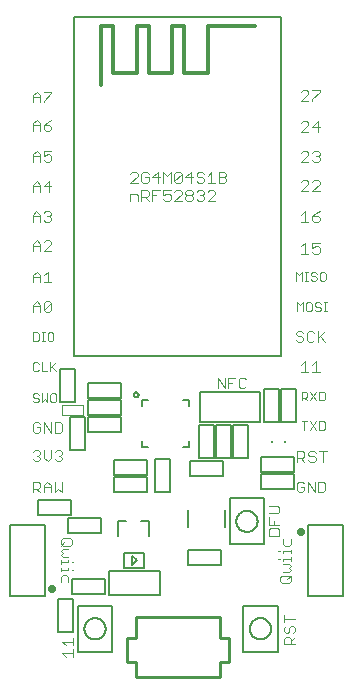
<source format=gbr>
G04 EAGLE Gerber RS-274X export*
G75*
%MOMM*%
%FSLAX34Y34*%
%LPD*%
%AMOC8*
5,1,8,0,0,1.08239X$1,22.5*%
G01*
%ADD10C,0.101600*%
%ADD11C,0.076200*%
%ADD12C,0.127000*%
%ADD13C,0.254000*%
%ADD14C,0.203200*%
%ADD15C,0.152400*%
%ADD16C,0.304800*%
%ADD17C,0.200000*%
%ADD18R,0.250000X0.250000*%
%ADD19C,0.718419*%


D10*
X244093Y71374D02*
X237992Y71374D01*
X236466Y72899D01*
X236466Y75950D01*
X237992Y77475D01*
X244093Y77475D01*
X245618Y75950D01*
X245618Y72899D01*
X244093Y71374D01*
X242567Y74425D02*
X245618Y77475D01*
X244093Y80729D02*
X239517Y80729D01*
X244093Y80729D02*
X245618Y82254D01*
X244093Y83780D01*
X245618Y85305D01*
X244093Y86830D01*
X239517Y86830D01*
X239517Y90084D02*
X239517Y91610D01*
X245618Y91610D01*
X245618Y93135D02*
X245618Y90084D01*
X236466Y91610D02*
X234941Y91610D01*
X239517Y96321D02*
X239517Y97846D01*
X245618Y97846D01*
X245618Y96321D02*
X245618Y99372D01*
X236466Y97846D02*
X234941Y97846D01*
X239517Y104083D02*
X239517Y108659D01*
X239517Y104083D02*
X241042Y102558D01*
X244093Y102558D01*
X245618Y104083D01*
X245618Y108659D01*
X58681Y108966D02*
X52579Y108966D01*
X58681Y108966D02*
X60206Y107441D01*
X60206Y104390D01*
X58681Y102865D01*
X52579Y102865D01*
X51054Y104390D01*
X51054Y107441D01*
X52579Y108966D01*
X54105Y105915D02*
X51054Y102865D01*
X52579Y99611D02*
X57155Y99611D01*
X52579Y99611D02*
X51054Y98086D01*
X52579Y96560D01*
X51054Y95035D01*
X52579Y93510D01*
X57155Y93510D01*
X57155Y90256D02*
X57155Y88730D01*
X51054Y88730D01*
X51054Y87205D02*
X51054Y90256D01*
X60206Y88730D02*
X61731Y88730D01*
X57155Y84019D02*
X57155Y82494D01*
X51054Y82494D01*
X51054Y84019D02*
X51054Y80968D01*
X60206Y82494D02*
X61731Y82494D01*
X57155Y76257D02*
X57155Y71681D01*
X57155Y76257D02*
X55630Y77782D01*
X52579Y77782D01*
X51054Y76257D01*
X51054Y71681D01*
X240022Y19304D02*
X249174Y19304D01*
X240022Y19304D02*
X240022Y23880D01*
X241548Y25405D01*
X244598Y25405D01*
X246123Y23880D01*
X246123Y19304D01*
X246123Y22355D02*
X249174Y25405D01*
X240022Y33235D02*
X241548Y34760D01*
X240022Y33235D02*
X240022Y30184D01*
X241548Y28659D01*
X243073Y28659D01*
X244598Y30184D01*
X244598Y33235D01*
X246123Y34760D01*
X247649Y34760D01*
X249174Y33235D01*
X249174Y30184D01*
X247649Y28659D01*
X249174Y41065D02*
X240022Y41065D01*
X240022Y38014D02*
X240022Y44116D01*
X236134Y111304D02*
X226982Y111304D01*
X236134Y111304D02*
X236134Y115880D01*
X234609Y117405D01*
X228508Y117405D01*
X226982Y115880D01*
X226982Y111304D01*
X226982Y120659D02*
X236134Y120659D01*
X226982Y120659D02*
X226982Y126760D01*
X231558Y123710D02*
X231558Y120659D01*
X234609Y130014D02*
X226982Y130014D01*
X234609Y130014D02*
X236134Y131540D01*
X236134Y134590D01*
X234609Y136116D01*
X226982Y136116D01*
X27432Y478028D02*
X27432Y484129D01*
X30483Y487180D01*
X33533Y484129D01*
X33533Y478028D01*
X33533Y482604D02*
X27432Y482604D01*
X36787Y487180D02*
X42888Y487180D01*
X42888Y485655D01*
X36787Y479553D01*
X36787Y478028D01*
X27432Y460253D02*
X27432Y454152D01*
X27432Y460253D02*
X30483Y463304D01*
X33533Y460253D01*
X33533Y454152D01*
X33533Y458728D02*
X27432Y458728D01*
X39838Y461779D02*
X42888Y463304D01*
X39838Y461779D02*
X36787Y458728D01*
X36787Y455677D01*
X38312Y454152D01*
X41363Y454152D01*
X42888Y455677D01*
X42888Y457203D01*
X41363Y458728D01*
X36787Y458728D01*
X27432Y434091D02*
X27432Y427990D01*
X27432Y434091D02*
X30483Y437142D01*
X33533Y434091D01*
X33533Y427990D01*
X33533Y432566D02*
X27432Y432566D01*
X36787Y437142D02*
X42888Y437142D01*
X36787Y437142D02*
X36787Y432566D01*
X39838Y434091D01*
X41363Y434091D01*
X42888Y432566D01*
X42888Y429515D01*
X41363Y427990D01*
X38312Y427990D01*
X36787Y429515D01*
X27432Y408437D02*
X27432Y402336D01*
X27432Y408437D02*
X30483Y411488D01*
X33533Y408437D01*
X33533Y402336D01*
X33533Y406912D02*
X27432Y406912D01*
X41363Y402336D02*
X41363Y411488D01*
X36787Y406912D01*
X42888Y406912D01*
X27178Y383037D02*
X27178Y376936D01*
X27178Y383037D02*
X30229Y386088D01*
X33279Y383037D01*
X33279Y376936D01*
X33279Y381512D02*
X27178Y381512D01*
X36533Y384563D02*
X38058Y386088D01*
X41109Y386088D01*
X42634Y384563D01*
X42634Y383037D01*
X41109Y381512D01*
X39584Y381512D01*
X41109Y381512D02*
X42634Y379987D01*
X42634Y378461D01*
X41109Y376936D01*
X38058Y376936D01*
X36533Y378461D01*
X27432Y358399D02*
X27432Y352298D01*
X27432Y358399D02*
X30483Y361450D01*
X33533Y358399D01*
X33533Y352298D01*
X33533Y356874D02*
X27432Y356874D01*
X36787Y352298D02*
X42888Y352298D01*
X36787Y352298D02*
X42888Y358399D01*
X42888Y359925D01*
X41363Y361450D01*
X38312Y361450D01*
X36787Y359925D01*
X27432Y331729D02*
X27432Y325628D01*
X27432Y331729D02*
X30483Y334780D01*
X33533Y331729D01*
X33533Y325628D01*
X33533Y330204D02*
X27432Y330204D01*
X36787Y331729D02*
X39838Y334780D01*
X39838Y325628D01*
X42888Y325628D02*
X36787Y325628D01*
X27432Y306837D02*
X27432Y300736D01*
X27432Y306837D02*
X30483Y309888D01*
X33533Y306837D01*
X33533Y300736D01*
X33533Y305312D02*
X27432Y305312D01*
X36787Y302261D02*
X36787Y308363D01*
X38312Y309888D01*
X41363Y309888D01*
X42888Y308363D01*
X42888Y302261D01*
X41363Y300736D01*
X38312Y300736D01*
X36787Y302261D01*
X42888Y308363D01*
D11*
X27305Y283343D02*
X27305Y275971D01*
X30991Y275971D01*
X32220Y277200D01*
X32220Y282115D01*
X30991Y283343D01*
X27305Y283343D01*
X34789Y275971D02*
X37247Y275971D01*
X36018Y275971D02*
X36018Y283343D01*
X34789Y283343D02*
X37247Y283343D01*
X41007Y283343D02*
X43465Y283343D01*
X41007Y283343D02*
X39779Y282115D01*
X39779Y277200D01*
X41007Y275971D01*
X43465Y275971D01*
X44693Y277200D01*
X44693Y282115D01*
X43465Y283343D01*
X30991Y257943D02*
X32220Y256715D01*
X30991Y257943D02*
X28534Y257943D01*
X27305Y256715D01*
X27305Y251800D01*
X28534Y250571D01*
X30991Y250571D01*
X32220Y251800D01*
X34789Y250571D02*
X34789Y257943D01*
X34789Y250571D02*
X39704Y250571D01*
X42273Y250571D02*
X42273Y257943D01*
X42273Y253028D02*
X47188Y257943D01*
X43502Y254257D02*
X47188Y250571D01*
X30991Y231781D02*
X32220Y230553D01*
X30991Y231781D02*
X28534Y231781D01*
X27305Y230553D01*
X27305Y229324D01*
X28534Y228095D01*
X30991Y228095D01*
X32220Y226866D01*
X32220Y225638D01*
X30991Y224409D01*
X28534Y224409D01*
X27305Y225638D01*
X34789Y224409D02*
X34789Y231781D01*
X37247Y226866D02*
X34789Y224409D01*
X37247Y226866D02*
X39704Y224409D01*
X39704Y231781D01*
X43502Y231781D02*
X45959Y231781D01*
X43502Y231781D02*
X42273Y230553D01*
X42273Y225638D01*
X43502Y224409D01*
X45959Y224409D01*
X47188Y225638D01*
X47188Y230553D01*
X45959Y231781D01*
D10*
X32008Y207526D02*
X33533Y206001D01*
X32008Y207526D02*
X28957Y207526D01*
X27432Y206001D01*
X27432Y199899D01*
X28957Y198374D01*
X32008Y198374D01*
X33533Y199899D01*
X33533Y202950D01*
X30483Y202950D01*
X36787Y198374D02*
X36787Y207526D01*
X42888Y198374D01*
X42888Y207526D01*
X46142Y207526D02*
X46142Y198374D01*
X50718Y198374D01*
X52244Y199899D01*
X52244Y206001D01*
X50718Y207526D01*
X46142Y207526D01*
X27178Y156980D02*
X27178Y147828D01*
X27178Y156980D02*
X31754Y156980D01*
X33279Y155455D01*
X33279Y152404D01*
X31754Y150879D01*
X27178Y150879D01*
X30229Y150879D02*
X33279Y147828D01*
X36533Y147828D02*
X36533Y153929D01*
X39584Y156980D01*
X42634Y153929D01*
X42634Y147828D01*
X42634Y152404D02*
X36533Y152404D01*
X45888Y156980D02*
X45888Y147828D01*
X48939Y150879D01*
X51990Y147828D01*
X51990Y156980D01*
X254594Y479044D02*
X260695Y479044D01*
X254594Y479044D02*
X260695Y485145D01*
X260695Y486671D01*
X259170Y488196D01*
X256119Y488196D01*
X254594Y486671D01*
X263949Y488196D02*
X270050Y488196D01*
X270050Y486671D01*
X263949Y480569D01*
X263949Y479044D01*
X260695Y452882D02*
X254594Y452882D01*
X260695Y458983D01*
X260695Y460509D01*
X259170Y462034D01*
X256119Y462034D01*
X254594Y460509D01*
X268525Y462034D02*
X268525Y452882D01*
X263949Y457458D02*
X268525Y462034D01*
X270050Y457458D02*
X263949Y457458D01*
X260695Y427736D02*
X254594Y427736D01*
X260695Y433837D01*
X260695Y435363D01*
X259170Y436888D01*
X256119Y436888D01*
X254594Y435363D01*
X263949Y435363D02*
X265474Y436888D01*
X268525Y436888D01*
X270050Y435363D01*
X270050Y433837D01*
X268525Y432312D01*
X266999Y432312D01*
X268525Y432312D02*
X270050Y430787D01*
X270050Y429261D01*
X268525Y427736D01*
X265474Y427736D01*
X263949Y429261D01*
X260695Y402844D02*
X254594Y402844D01*
X260695Y408945D01*
X260695Y410471D01*
X259170Y411996D01*
X256119Y411996D01*
X254594Y410471D01*
X263949Y402844D02*
X270050Y402844D01*
X263949Y402844D02*
X270050Y408945D01*
X270050Y410471D01*
X268525Y411996D01*
X265474Y411996D01*
X263949Y410471D01*
X257644Y386088D02*
X254594Y383037D01*
X257644Y386088D02*
X257644Y376936D01*
X254594Y376936D02*
X260695Y376936D01*
X266999Y384563D02*
X270050Y386088D01*
X266999Y384563D02*
X263949Y381512D01*
X263949Y378461D01*
X265474Y376936D01*
X268525Y376936D01*
X270050Y378461D01*
X270050Y379987D01*
X268525Y381512D01*
X263949Y381512D01*
X257644Y359164D02*
X254594Y356113D01*
X257644Y359164D02*
X257644Y350012D01*
X254594Y350012D02*
X260695Y350012D01*
X263949Y359164D02*
X270050Y359164D01*
X263949Y359164D02*
X263949Y354588D01*
X266999Y356113D01*
X268525Y356113D01*
X270050Y354588D01*
X270050Y351537D01*
X268525Y350012D01*
X265474Y350012D01*
X263949Y351537D01*
D11*
X250317Y334397D02*
X250317Y327025D01*
X252774Y331940D02*
X250317Y334397D01*
X252774Y331940D02*
X255232Y334397D01*
X255232Y327025D01*
X257801Y327025D02*
X260259Y327025D01*
X259030Y327025D02*
X259030Y334397D01*
X257801Y334397D02*
X260259Y334397D01*
X266477Y334397D02*
X267705Y333169D01*
X266477Y334397D02*
X264019Y334397D01*
X262791Y333169D01*
X262791Y331940D01*
X264019Y330711D01*
X266477Y330711D01*
X267705Y329482D01*
X267705Y328254D01*
X266477Y327025D01*
X264019Y327025D01*
X262791Y328254D01*
X271503Y334397D02*
X273961Y334397D01*
X271503Y334397D02*
X270275Y333169D01*
X270275Y328254D01*
X271503Y327025D01*
X273961Y327025D01*
X275190Y328254D01*
X275190Y333169D01*
X273961Y334397D01*
X251079Y308743D02*
X251079Y301371D01*
X253536Y306286D02*
X251079Y308743D01*
X253536Y306286D02*
X255994Y308743D01*
X255994Y301371D01*
X259792Y308743D02*
X262249Y308743D01*
X259792Y308743D02*
X258563Y307515D01*
X258563Y302600D01*
X259792Y301371D01*
X262249Y301371D01*
X263478Y302600D01*
X263478Y307515D01*
X262249Y308743D01*
X269733Y308743D02*
X270962Y307515D01*
X269733Y308743D02*
X267276Y308743D01*
X266047Y307515D01*
X266047Y306286D01*
X267276Y305057D01*
X269733Y305057D01*
X270962Y303828D01*
X270962Y302600D01*
X269733Y301371D01*
X267276Y301371D01*
X266047Y302600D01*
X273531Y301371D02*
X275989Y301371D01*
X274760Y301371D02*
X274760Y308743D01*
X273531Y308743D02*
X275989Y308743D01*
D10*
X254512Y284742D02*
X256037Y283217D01*
X254512Y284742D02*
X251461Y284742D01*
X249936Y283217D01*
X249936Y281691D01*
X251461Y280166D01*
X254512Y280166D01*
X256037Y278641D01*
X256037Y277115D01*
X254512Y275590D01*
X251461Y275590D01*
X249936Y277115D01*
X263867Y284742D02*
X265392Y283217D01*
X263867Y284742D02*
X260816Y284742D01*
X259291Y283217D01*
X259291Y277115D01*
X260816Y275590D01*
X263867Y275590D01*
X265392Y277115D01*
X268646Y275590D02*
X268646Y284742D01*
X268646Y278641D02*
X274748Y284742D01*
X270172Y280166D02*
X274748Y275590D01*
X257644Y259088D02*
X254594Y256037D01*
X257644Y259088D02*
X257644Y249936D01*
X254594Y249936D02*
X260695Y249936D01*
X263949Y256037D02*
X266999Y259088D01*
X266999Y249936D01*
X263949Y249936D02*
X270050Y249936D01*
D11*
X254889Y233051D02*
X254889Y225679D01*
X254889Y233051D02*
X258575Y233051D01*
X259804Y231823D01*
X259804Y229365D01*
X258575Y228136D01*
X254889Y228136D01*
X257346Y228136D02*
X259804Y225679D01*
X267288Y225679D02*
X262373Y233051D01*
X267288Y233051D02*
X262373Y225679D01*
X269857Y225679D02*
X269857Y233051D01*
X269857Y225679D02*
X273543Y225679D01*
X274772Y226908D01*
X274772Y231823D01*
X273543Y233051D01*
X269857Y233051D01*
X257346Y208159D02*
X257346Y200787D01*
X254889Y208159D02*
X259804Y208159D01*
X262373Y208159D02*
X267288Y200787D01*
X262373Y200787D02*
X267288Y208159D01*
X269857Y208159D02*
X269857Y200787D01*
X273543Y200787D01*
X274772Y202016D01*
X274772Y206931D01*
X273543Y208159D01*
X269857Y208159D01*
D10*
X251206Y182888D02*
X251206Y173736D01*
X251206Y182888D02*
X255782Y182888D01*
X257307Y181363D01*
X257307Y178312D01*
X255782Y176787D01*
X251206Y176787D01*
X254257Y176787D02*
X257307Y173736D01*
X265137Y182888D02*
X266662Y181363D01*
X265137Y182888D02*
X262086Y182888D01*
X260561Y181363D01*
X260561Y179837D01*
X262086Y178312D01*
X265137Y178312D01*
X266662Y176787D01*
X266662Y175261D01*
X265137Y173736D01*
X262086Y173736D01*
X260561Y175261D01*
X272967Y173736D02*
X272967Y182888D01*
X269916Y182888D02*
X276018Y182888D01*
X28957Y183396D02*
X27432Y181871D01*
X28957Y183396D02*
X32008Y183396D01*
X33533Y181871D01*
X33533Y180345D01*
X32008Y178820D01*
X30483Y178820D01*
X32008Y178820D02*
X33533Y177295D01*
X33533Y175769D01*
X32008Y174244D01*
X28957Y174244D01*
X27432Y175769D01*
X36787Y177295D02*
X36787Y183396D01*
X36787Y177295D02*
X39838Y174244D01*
X42888Y177295D01*
X42888Y183396D01*
X46142Y181871D02*
X47668Y183396D01*
X50718Y183396D01*
X52244Y181871D01*
X52244Y180345D01*
X50718Y178820D01*
X49193Y178820D01*
X50718Y178820D02*
X52244Y177295D01*
X52244Y175769D01*
X50718Y174244D01*
X47668Y174244D01*
X46142Y175769D01*
X255528Y156979D02*
X256968Y155539D01*
X255528Y156979D02*
X252647Y156979D01*
X251206Y155539D01*
X251206Y149777D01*
X252647Y148336D01*
X255528Y148336D01*
X256968Y149777D01*
X256968Y152658D01*
X254087Y152658D01*
X260093Y156979D02*
X260093Y148336D01*
X265856Y148336D02*
X260093Y156979D01*
X265856Y156979D02*
X265856Y148336D01*
X268981Y148336D02*
X268981Y156979D01*
X268981Y148336D02*
X273303Y148336D01*
X274743Y149777D01*
X274743Y155539D01*
X273303Y156979D01*
X268981Y156979D01*
X183896Y236474D02*
X183896Y245117D01*
X189658Y236474D01*
X189658Y245117D01*
X192783Y245117D02*
X192783Y236474D01*
X192783Y245117D02*
X198546Y245117D01*
X195665Y240796D02*
X192783Y240796D01*
X205993Y245117D02*
X207433Y243677D01*
X205993Y245117D02*
X203111Y245117D01*
X201671Y243677D01*
X201671Y237915D01*
X203111Y236474D01*
X205993Y236474D01*
X207433Y237915D01*
X52316Y11941D02*
X55367Y8890D01*
X52316Y11941D02*
X61468Y11941D01*
X61468Y14991D02*
X61468Y8890D01*
X55367Y18245D02*
X52316Y21296D01*
X61468Y21296D01*
X61468Y24346D02*
X61468Y18245D01*
D12*
X158332Y86126D02*
X186272Y86126D01*
X158332Y86126D02*
X158332Y98826D01*
X186272Y98826D01*
X186272Y86126D01*
X123862Y160508D02*
X95922Y160508D01*
X123862Y160508D02*
X123862Y147808D01*
X95922Y147808D01*
X95922Y160508D01*
X130830Y148500D02*
X130830Y176440D01*
X143530Y176440D01*
X143530Y148500D01*
X130830Y148500D01*
X123862Y174986D02*
X95922Y174986D01*
X123862Y174986D02*
X123862Y162286D01*
X95922Y162286D01*
X95922Y174986D01*
X167914Y176948D02*
X167914Y204888D01*
X180614Y204888D01*
X180614Y176948D01*
X167914Y176948D01*
X121284Y96666D02*
X121284Y84166D01*
X104284Y84166D01*
X104284Y96666D01*
X121284Y96666D01*
X111384Y94226D02*
X111384Y86606D01*
X115324Y90416D02*
X111514Y94226D01*
X115324Y90416D02*
X111514Y86606D01*
X91914Y60588D02*
X135094Y60588D01*
X91914Y60588D02*
X91914Y80908D01*
X135094Y80908D01*
X135094Y60588D01*
D13*
X114440Y42390D02*
X185560Y42390D01*
X185560Y24610D01*
X193180Y24610D01*
X193180Y4290D01*
X185560Y4290D01*
X185560Y-8410D01*
X114440Y-8410D01*
X114440Y4290D01*
X106820Y4290D01*
X106820Y24610D01*
X114440Y24610D01*
X114440Y42390D01*
D12*
X125602Y110720D02*
X125602Y123720D01*
X99602Y123720D02*
X99602Y110720D01*
X119102Y123720D02*
X125602Y123720D01*
X106102Y123720D02*
X99602Y123720D01*
X88302Y74656D02*
X60362Y74656D01*
X88302Y74656D02*
X88302Y61956D01*
X60362Y61956D01*
X60362Y74656D01*
X160110Y161564D02*
X188050Y161564D01*
X160110Y161564D02*
X160110Y174264D01*
X188050Y174264D01*
X188050Y161564D01*
D14*
X112940Y230568D02*
X112942Y230657D01*
X112948Y230746D01*
X112958Y230835D01*
X112972Y230923D01*
X112989Y231010D01*
X113011Y231096D01*
X113037Y231182D01*
X113066Y231266D01*
X113099Y231349D01*
X113135Y231430D01*
X113176Y231510D01*
X113219Y231587D01*
X113266Y231663D01*
X113317Y231736D01*
X113370Y231807D01*
X113427Y231876D01*
X113487Y231942D01*
X113550Y232006D01*
X113615Y232066D01*
X113683Y232124D01*
X113754Y232178D01*
X113827Y232229D01*
X113902Y232277D01*
X113979Y232322D01*
X114058Y232363D01*
X114139Y232400D01*
X114221Y232434D01*
X114305Y232465D01*
X114390Y232491D01*
X114476Y232514D01*
X114563Y232532D01*
X114651Y232547D01*
X114740Y232558D01*
X114829Y232565D01*
X114918Y232568D01*
X115007Y232567D01*
X115096Y232562D01*
X115184Y232553D01*
X115273Y232540D01*
X115360Y232523D01*
X115447Y232503D01*
X115533Y232478D01*
X115617Y232450D01*
X115700Y232418D01*
X115782Y232382D01*
X115862Y232343D01*
X115940Y232300D01*
X116016Y232254D01*
X116090Y232204D01*
X116162Y232151D01*
X116231Y232095D01*
X116298Y232036D01*
X116362Y231974D01*
X116423Y231910D01*
X116482Y231842D01*
X116537Y231772D01*
X116589Y231700D01*
X116638Y231625D01*
X116683Y231549D01*
X116725Y231470D01*
X116763Y231390D01*
X116798Y231308D01*
X116829Y231224D01*
X116857Y231139D01*
X116880Y231053D01*
X116900Y230966D01*
X116916Y230879D01*
X116928Y230790D01*
X116936Y230702D01*
X116940Y230613D01*
X116940Y230523D01*
X116936Y230434D01*
X116928Y230346D01*
X116916Y230257D01*
X116900Y230170D01*
X116880Y230083D01*
X116857Y229997D01*
X116829Y229912D01*
X116798Y229828D01*
X116763Y229746D01*
X116725Y229666D01*
X116683Y229587D01*
X116638Y229511D01*
X116589Y229436D01*
X116537Y229364D01*
X116482Y229294D01*
X116423Y229226D01*
X116362Y229162D01*
X116298Y229100D01*
X116231Y229041D01*
X116162Y228985D01*
X116090Y228932D01*
X116016Y228882D01*
X115940Y228836D01*
X115862Y228793D01*
X115782Y228754D01*
X115700Y228718D01*
X115617Y228686D01*
X115533Y228658D01*
X115447Y228633D01*
X115360Y228613D01*
X115273Y228596D01*
X115184Y228583D01*
X115096Y228574D01*
X115007Y228569D01*
X114918Y228568D01*
X114829Y228571D01*
X114740Y228578D01*
X114651Y228589D01*
X114563Y228604D01*
X114476Y228622D01*
X114390Y228645D01*
X114305Y228671D01*
X114221Y228702D01*
X114139Y228736D01*
X114058Y228773D01*
X113979Y228814D01*
X113902Y228859D01*
X113827Y228907D01*
X113754Y228958D01*
X113683Y229012D01*
X113615Y229070D01*
X113550Y229130D01*
X113487Y229194D01*
X113427Y229260D01*
X113370Y229329D01*
X113317Y229400D01*
X113266Y229473D01*
X113219Y229549D01*
X113176Y229626D01*
X113135Y229706D01*
X113099Y229787D01*
X113066Y229870D01*
X113037Y229954D01*
X113011Y230040D01*
X112989Y230126D01*
X112972Y230213D01*
X112958Y230301D01*
X112948Y230390D01*
X112942Y230479D01*
X112940Y230568D01*
D12*
X119460Y226238D02*
X124460Y226238D01*
X119460Y226238D02*
X119460Y221238D01*
X154460Y226238D02*
X159460Y226238D01*
X159460Y221238D01*
X159460Y191238D02*
X159460Y186238D01*
X154460Y186238D01*
X124460Y186238D02*
X119460Y186238D01*
X119460Y191238D01*
D15*
X189944Y132940D02*
X189944Y118690D01*
X159064Y118690D02*
X159064Y132940D01*
X62500Y263000D02*
X62500Y550000D01*
X237500Y550000D01*
X237500Y263000D01*
X62500Y263000D01*
D16*
X175350Y542850D02*
X215350Y542850D01*
X175350Y542850D02*
X175350Y502850D01*
X85350Y492850D02*
X85350Y542850D01*
X155350Y502850D02*
X175350Y502850D01*
X155350Y502850D02*
X155350Y542850D01*
X145350Y542850D01*
X145350Y502850D01*
X125350Y502850D01*
X125350Y542850D01*
X115350Y542850D01*
X115350Y502850D01*
X95350Y502850D01*
X95350Y542850D01*
X85350Y542850D01*
D11*
X109781Y409821D02*
X116052Y409821D01*
X109781Y409821D02*
X116052Y416092D01*
X116052Y417659D01*
X114484Y419227D01*
X111349Y419227D01*
X109781Y417659D01*
X123839Y419227D02*
X125407Y417659D01*
X123839Y419227D02*
X120704Y419227D01*
X119136Y417659D01*
X119136Y411389D01*
X120704Y409821D01*
X123839Y409821D01*
X125407Y411389D01*
X125407Y414524D01*
X122272Y414524D01*
X133194Y409821D02*
X133194Y419227D01*
X128491Y414524D01*
X134762Y414524D01*
X137847Y409821D02*
X137847Y419227D01*
X140982Y416092D01*
X144117Y419227D01*
X144117Y409821D01*
X147202Y411389D02*
X147202Y417659D01*
X148769Y419227D01*
X151905Y419227D01*
X153472Y417659D01*
X153472Y411389D01*
X151905Y409821D01*
X148769Y409821D01*
X147202Y411389D01*
X153472Y417659D01*
X161260Y419227D02*
X161260Y409821D01*
X156557Y414524D02*
X161260Y419227D01*
X162828Y414524D02*
X156557Y414524D01*
X170615Y419227D02*
X172183Y417659D01*
X170615Y419227D02*
X167480Y419227D01*
X165912Y417659D01*
X165912Y416092D01*
X167480Y414524D01*
X170615Y414524D01*
X172183Y412956D01*
X172183Y411389D01*
X170615Y409821D01*
X167480Y409821D01*
X165912Y411389D01*
X175267Y416092D02*
X178403Y419227D01*
X178403Y409821D01*
X181538Y409821D02*
X175267Y409821D01*
X184623Y409821D02*
X184623Y419227D01*
X189326Y419227D01*
X190893Y417659D01*
X190893Y416092D01*
X189326Y414524D01*
X190893Y412956D01*
X190893Y411389D01*
X189326Y409821D01*
X184623Y409821D01*
X184623Y414524D02*
X189326Y414524D01*
X109781Y400852D02*
X109781Y394581D01*
X109781Y400852D02*
X114484Y400852D01*
X116052Y399284D01*
X116052Y394581D01*
X119136Y394581D02*
X119136Y403987D01*
X123839Y403987D01*
X125407Y402419D01*
X125407Y399284D01*
X123839Y397716D01*
X119136Y397716D01*
X122272Y397716D02*
X125407Y394581D01*
X128491Y394581D02*
X128491Y403987D01*
X134762Y403987D01*
X131627Y399284D02*
X128491Y399284D01*
X137847Y403987D02*
X144117Y403987D01*
X137847Y403987D02*
X137847Y399284D01*
X140982Y400852D01*
X142550Y400852D01*
X144117Y399284D01*
X144117Y396149D01*
X142550Y394581D01*
X139414Y394581D01*
X137847Y396149D01*
X147202Y394581D02*
X153472Y394581D01*
X147202Y394581D02*
X153472Y400852D01*
X153472Y402419D01*
X151905Y403987D01*
X148769Y403987D01*
X147202Y402419D01*
X156557Y402419D02*
X158125Y403987D01*
X161260Y403987D01*
X162828Y402419D01*
X162828Y400852D01*
X161260Y399284D01*
X162828Y397716D01*
X162828Y396149D01*
X161260Y394581D01*
X158125Y394581D01*
X156557Y396149D01*
X156557Y397716D01*
X158125Y399284D01*
X156557Y400852D01*
X156557Y402419D01*
X158125Y399284D02*
X161260Y399284D01*
X165912Y402419D02*
X167480Y403987D01*
X170615Y403987D01*
X172183Y402419D01*
X172183Y400852D01*
X170615Y399284D01*
X169047Y399284D01*
X170615Y399284D02*
X172183Y397716D01*
X172183Y396149D01*
X170615Y394581D01*
X167480Y394581D01*
X165912Y396149D01*
X175267Y394581D02*
X181538Y394581D01*
X175267Y394581D02*
X181538Y400852D01*
X181538Y402419D01*
X179970Y403987D01*
X176835Y403987D01*
X175267Y402419D01*
D12*
X84726Y126338D02*
X56786Y126338D01*
X84726Y126338D02*
X84726Y113638D01*
X56786Y113638D01*
X56786Y126338D01*
X59872Y141406D02*
X31932Y141406D01*
X59872Y141406D02*
X59872Y128706D01*
X31932Y128706D01*
X31932Y141406D01*
D17*
X223102Y143012D02*
X223102Y104012D01*
X194102Y104012D01*
X194102Y143012D01*
X223102Y143012D01*
X199602Y123512D02*
X199605Y123733D01*
X199613Y123954D01*
X199626Y124174D01*
X199645Y124394D01*
X199670Y124614D01*
X199699Y124833D01*
X199735Y125051D01*
X199775Y125268D01*
X199821Y125484D01*
X199872Y125699D01*
X199928Y125912D01*
X199990Y126125D01*
X200056Y126335D01*
X200128Y126544D01*
X200205Y126751D01*
X200287Y126956D01*
X200374Y127159D01*
X200466Y127360D01*
X200563Y127559D01*
X200665Y127755D01*
X200771Y127948D01*
X200882Y128139D01*
X200998Y128327D01*
X201119Y128512D01*
X201244Y128694D01*
X201373Y128873D01*
X201507Y129049D01*
X201645Y129222D01*
X201787Y129391D01*
X201933Y129556D01*
X202084Y129718D01*
X202238Y129876D01*
X202396Y130030D01*
X202558Y130181D01*
X202723Y130327D01*
X202892Y130469D01*
X203065Y130607D01*
X203241Y130741D01*
X203420Y130870D01*
X203602Y130995D01*
X203787Y131116D01*
X203975Y131232D01*
X204166Y131343D01*
X204359Y131449D01*
X204555Y131551D01*
X204754Y131648D01*
X204955Y131740D01*
X205158Y131827D01*
X205363Y131909D01*
X205570Y131986D01*
X205779Y132058D01*
X205989Y132124D01*
X206202Y132186D01*
X206415Y132242D01*
X206630Y132293D01*
X206846Y132339D01*
X207063Y132379D01*
X207281Y132415D01*
X207500Y132444D01*
X207720Y132469D01*
X207940Y132488D01*
X208160Y132501D01*
X208381Y132509D01*
X208602Y132512D01*
X208823Y132509D01*
X209044Y132501D01*
X209264Y132488D01*
X209484Y132469D01*
X209704Y132444D01*
X209923Y132415D01*
X210141Y132379D01*
X210358Y132339D01*
X210574Y132293D01*
X210789Y132242D01*
X211002Y132186D01*
X211215Y132124D01*
X211425Y132058D01*
X211634Y131986D01*
X211841Y131909D01*
X212046Y131827D01*
X212249Y131740D01*
X212450Y131648D01*
X212649Y131551D01*
X212845Y131449D01*
X213038Y131343D01*
X213229Y131232D01*
X213417Y131116D01*
X213602Y130995D01*
X213784Y130870D01*
X213963Y130741D01*
X214139Y130607D01*
X214312Y130469D01*
X214481Y130327D01*
X214646Y130181D01*
X214808Y130030D01*
X214966Y129876D01*
X215120Y129718D01*
X215271Y129556D01*
X215417Y129391D01*
X215559Y129222D01*
X215697Y129049D01*
X215831Y128873D01*
X215960Y128694D01*
X216085Y128512D01*
X216206Y128327D01*
X216322Y128139D01*
X216433Y127948D01*
X216539Y127755D01*
X216641Y127559D01*
X216738Y127360D01*
X216830Y127159D01*
X216917Y126956D01*
X216999Y126751D01*
X217076Y126544D01*
X217148Y126335D01*
X217214Y126125D01*
X217276Y125912D01*
X217332Y125699D01*
X217383Y125484D01*
X217429Y125268D01*
X217469Y125051D01*
X217505Y124833D01*
X217534Y124614D01*
X217559Y124394D01*
X217578Y124174D01*
X217591Y123954D01*
X217599Y123733D01*
X217602Y123512D01*
X217599Y123291D01*
X217591Y123070D01*
X217578Y122850D01*
X217559Y122630D01*
X217534Y122410D01*
X217505Y122191D01*
X217469Y121973D01*
X217429Y121756D01*
X217383Y121540D01*
X217332Y121325D01*
X217276Y121112D01*
X217214Y120899D01*
X217148Y120689D01*
X217076Y120480D01*
X216999Y120273D01*
X216917Y120068D01*
X216830Y119865D01*
X216738Y119664D01*
X216641Y119465D01*
X216539Y119269D01*
X216433Y119076D01*
X216322Y118885D01*
X216206Y118697D01*
X216085Y118512D01*
X215960Y118330D01*
X215831Y118151D01*
X215697Y117975D01*
X215559Y117802D01*
X215417Y117633D01*
X215271Y117468D01*
X215120Y117306D01*
X214966Y117148D01*
X214808Y116994D01*
X214646Y116843D01*
X214481Y116697D01*
X214312Y116555D01*
X214139Y116417D01*
X213963Y116283D01*
X213784Y116154D01*
X213602Y116029D01*
X213417Y115908D01*
X213229Y115792D01*
X213038Y115681D01*
X212845Y115575D01*
X212649Y115473D01*
X212450Y115376D01*
X212249Y115284D01*
X212046Y115197D01*
X211841Y115115D01*
X211634Y115038D01*
X211425Y114966D01*
X211215Y114900D01*
X211002Y114838D01*
X210789Y114782D01*
X210574Y114731D01*
X210358Y114685D01*
X210141Y114645D01*
X209923Y114609D01*
X209704Y114580D01*
X209484Y114555D01*
X209264Y114536D01*
X209044Y114523D01*
X208823Y114515D01*
X208602Y114512D01*
X208381Y114515D01*
X208160Y114523D01*
X207940Y114536D01*
X207720Y114555D01*
X207500Y114580D01*
X207281Y114609D01*
X207063Y114645D01*
X206846Y114685D01*
X206630Y114731D01*
X206415Y114782D01*
X206202Y114838D01*
X205989Y114900D01*
X205779Y114966D01*
X205570Y115038D01*
X205363Y115115D01*
X205158Y115197D01*
X204955Y115284D01*
X204754Y115376D01*
X204555Y115473D01*
X204359Y115575D01*
X204166Y115681D01*
X203975Y115792D01*
X203787Y115908D01*
X203602Y116029D01*
X203420Y116154D01*
X203241Y116283D01*
X203065Y116417D01*
X202892Y116555D01*
X202723Y116697D01*
X202558Y116843D01*
X202396Y116994D01*
X202238Y117148D01*
X202084Y117306D01*
X201933Y117468D01*
X201787Y117633D01*
X201645Y117802D01*
X201507Y117975D01*
X201373Y118151D01*
X201244Y118330D01*
X201119Y118512D01*
X200998Y118697D01*
X200882Y118885D01*
X200771Y119076D01*
X200665Y119269D01*
X200563Y119465D01*
X200466Y119664D01*
X200374Y119865D01*
X200287Y120068D01*
X200205Y120273D01*
X200128Y120480D01*
X200056Y120689D01*
X199990Y120899D01*
X199928Y121112D01*
X199872Y121325D01*
X199821Y121540D01*
X199775Y121756D01*
X199735Y121973D01*
X199699Y122191D01*
X199670Y122410D01*
X199645Y122630D01*
X199626Y122850D01*
X199613Y123070D01*
X199605Y123291D01*
X199602Y123512D01*
D12*
X50514Y224444D02*
X50514Y252384D01*
X63214Y252384D01*
X63214Y224444D01*
X50514Y224444D01*
D11*
X68744Y222117D02*
X68813Y222115D01*
X68881Y222110D01*
X68949Y222100D01*
X69017Y222087D01*
X69084Y222071D01*
X69150Y222051D01*
X69214Y222027D01*
X69277Y222000D01*
X69339Y221969D01*
X69399Y221935D01*
X69457Y221898D01*
X69513Y221858D01*
X69566Y221815D01*
X69617Y221769D01*
X69666Y221720D01*
X69712Y221669D01*
X69755Y221616D01*
X69795Y221560D01*
X69832Y221502D01*
X69866Y221442D01*
X69897Y221380D01*
X69924Y221317D01*
X69948Y221253D01*
X69968Y221187D01*
X69984Y221120D01*
X69997Y221052D01*
X70007Y220984D01*
X70012Y220916D01*
X70014Y220847D01*
X70014Y214497D01*
X70012Y214428D01*
X70007Y214360D01*
X69997Y214292D01*
X69984Y214224D01*
X69968Y214157D01*
X69948Y214091D01*
X69924Y214027D01*
X69897Y213964D01*
X69866Y213902D01*
X69832Y213842D01*
X69795Y213784D01*
X69755Y213728D01*
X69712Y213675D01*
X69666Y213624D01*
X69617Y213575D01*
X69566Y213529D01*
X69513Y213486D01*
X69457Y213446D01*
X69399Y213409D01*
X69339Y213375D01*
X69277Y213344D01*
X69214Y213317D01*
X69150Y213293D01*
X69084Y213273D01*
X69017Y213257D01*
X68949Y213244D01*
X68881Y213234D01*
X68813Y213229D01*
X68744Y213227D01*
X53504Y213227D01*
X53435Y213229D01*
X53367Y213234D01*
X53299Y213244D01*
X53231Y213257D01*
X53164Y213273D01*
X53098Y213293D01*
X53034Y213317D01*
X52971Y213344D01*
X52909Y213375D01*
X52849Y213409D01*
X52791Y213446D01*
X52735Y213486D01*
X52682Y213529D01*
X52631Y213575D01*
X52582Y213624D01*
X52536Y213675D01*
X52493Y213728D01*
X52453Y213784D01*
X52416Y213842D01*
X52382Y213902D01*
X52351Y213964D01*
X52324Y214027D01*
X52300Y214091D01*
X52280Y214157D01*
X52264Y214224D01*
X52251Y214292D01*
X52241Y214360D01*
X52236Y214428D01*
X52234Y214497D01*
X52234Y220847D01*
X52236Y220916D01*
X52241Y220984D01*
X52251Y221052D01*
X52264Y221120D01*
X52280Y221187D01*
X52300Y221253D01*
X52324Y221317D01*
X52351Y221380D01*
X52382Y221442D01*
X52416Y221502D01*
X52453Y221560D01*
X52493Y221616D01*
X52536Y221669D01*
X52582Y221720D01*
X52631Y221769D01*
X52682Y221815D01*
X52735Y221858D01*
X52791Y221898D01*
X52849Y221935D01*
X52909Y221969D01*
X52971Y222000D01*
X53034Y222027D01*
X53098Y222051D01*
X53164Y222071D01*
X53231Y222087D01*
X53299Y222100D01*
X53367Y222110D01*
X53435Y222115D01*
X53504Y222117D01*
X68744Y222117D01*
D12*
X58640Y211378D02*
X58640Y183438D01*
X58640Y211378D02*
X71340Y211378D01*
X71340Y183438D01*
X58640Y183438D01*
D18*
X241248Y190732D03*
X229648Y190732D03*
D12*
X250224Y207468D02*
X250224Y235408D01*
X250224Y207468D02*
X237524Y207468D01*
X237524Y235408D01*
X250224Y235408D01*
X235492Y235408D02*
X235492Y207468D01*
X222792Y207468D01*
X222792Y235408D01*
X235492Y235408D01*
X101920Y227530D02*
X73980Y227530D01*
X73980Y240230D01*
X101920Y240230D01*
X101920Y227530D01*
X101920Y213376D02*
X73980Y213376D01*
X73980Y226076D01*
X101920Y226076D01*
X101920Y213376D01*
X101920Y199222D02*
X73980Y199222D01*
X73980Y211922D01*
X101920Y211922D01*
X101920Y199222D01*
D17*
X234500Y52012D02*
X234500Y13012D01*
X205500Y13012D01*
X205500Y52012D01*
X234500Y52012D01*
X211000Y32512D02*
X211003Y32733D01*
X211011Y32954D01*
X211024Y33174D01*
X211043Y33394D01*
X211068Y33614D01*
X211097Y33833D01*
X211133Y34051D01*
X211173Y34268D01*
X211219Y34484D01*
X211270Y34699D01*
X211326Y34912D01*
X211388Y35125D01*
X211454Y35335D01*
X211526Y35544D01*
X211603Y35751D01*
X211685Y35956D01*
X211772Y36159D01*
X211864Y36360D01*
X211961Y36559D01*
X212063Y36755D01*
X212169Y36948D01*
X212280Y37139D01*
X212396Y37327D01*
X212517Y37512D01*
X212642Y37694D01*
X212771Y37873D01*
X212905Y38049D01*
X213043Y38222D01*
X213185Y38391D01*
X213331Y38556D01*
X213482Y38718D01*
X213636Y38876D01*
X213794Y39030D01*
X213956Y39181D01*
X214121Y39327D01*
X214290Y39469D01*
X214463Y39607D01*
X214639Y39741D01*
X214818Y39870D01*
X215000Y39995D01*
X215185Y40116D01*
X215373Y40232D01*
X215564Y40343D01*
X215757Y40449D01*
X215953Y40551D01*
X216152Y40648D01*
X216353Y40740D01*
X216556Y40827D01*
X216761Y40909D01*
X216968Y40986D01*
X217177Y41058D01*
X217387Y41124D01*
X217600Y41186D01*
X217813Y41242D01*
X218028Y41293D01*
X218244Y41339D01*
X218461Y41379D01*
X218679Y41415D01*
X218898Y41444D01*
X219118Y41469D01*
X219338Y41488D01*
X219558Y41501D01*
X219779Y41509D01*
X220000Y41512D01*
X220221Y41509D01*
X220442Y41501D01*
X220662Y41488D01*
X220882Y41469D01*
X221102Y41444D01*
X221321Y41415D01*
X221539Y41379D01*
X221756Y41339D01*
X221972Y41293D01*
X222187Y41242D01*
X222400Y41186D01*
X222613Y41124D01*
X222823Y41058D01*
X223032Y40986D01*
X223239Y40909D01*
X223444Y40827D01*
X223647Y40740D01*
X223848Y40648D01*
X224047Y40551D01*
X224243Y40449D01*
X224436Y40343D01*
X224627Y40232D01*
X224815Y40116D01*
X225000Y39995D01*
X225182Y39870D01*
X225361Y39741D01*
X225537Y39607D01*
X225710Y39469D01*
X225879Y39327D01*
X226044Y39181D01*
X226206Y39030D01*
X226364Y38876D01*
X226518Y38718D01*
X226669Y38556D01*
X226815Y38391D01*
X226957Y38222D01*
X227095Y38049D01*
X227229Y37873D01*
X227358Y37694D01*
X227483Y37512D01*
X227604Y37327D01*
X227720Y37139D01*
X227831Y36948D01*
X227937Y36755D01*
X228039Y36559D01*
X228136Y36360D01*
X228228Y36159D01*
X228315Y35956D01*
X228397Y35751D01*
X228474Y35544D01*
X228546Y35335D01*
X228612Y35125D01*
X228674Y34912D01*
X228730Y34699D01*
X228781Y34484D01*
X228827Y34268D01*
X228867Y34051D01*
X228903Y33833D01*
X228932Y33614D01*
X228957Y33394D01*
X228976Y33174D01*
X228989Y32954D01*
X228997Y32733D01*
X229000Y32512D01*
X228997Y32291D01*
X228989Y32070D01*
X228976Y31850D01*
X228957Y31630D01*
X228932Y31410D01*
X228903Y31191D01*
X228867Y30973D01*
X228827Y30756D01*
X228781Y30540D01*
X228730Y30325D01*
X228674Y30112D01*
X228612Y29899D01*
X228546Y29689D01*
X228474Y29480D01*
X228397Y29273D01*
X228315Y29068D01*
X228228Y28865D01*
X228136Y28664D01*
X228039Y28465D01*
X227937Y28269D01*
X227831Y28076D01*
X227720Y27885D01*
X227604Y27697D01*
X227483Y27512D01*
X227358Y27330D01*
X227229Y27151D01*
X227095Y26975D01*
X226957Y26802D01*
X226815Y26633D01*
X226669Y26468D01*
X226518Y26306D01*
X226364Y26148D01*
X226206Y25994D01*
X226044Y25843D01*
X225879Y25697D01*
X225710Y25555D01*
X225537Y25417D01*
X225361Y25283D01*
X225182Y25154D01*
X225000Y25029D01*
X224815Y24908D01*
X224627Y24792D01*
X224436Y24681D01*
X224243Y24575D01*
X224047Y24473D01*
X223848Y24376D01*
X223647Y24284D01*
X223444Y24197D01*
X223239Y24115D01*
X223032Y24038D01*
X222823Y23966D01*
X222613Y23900D01*
X222400Y23838D01*
X222187Y23782D01*
X221972Y23731D01*
X221756Y23685D01*
X221539Y23645D01*
X221321Y23609D01*
X221102Y23580D01*
X220882Y23555D01*
X220662Y23536D01*
X220442Y23523D01*
X220221Y23515D01*
X220000Y23512D01*
X219779Y23515D01*
X219558Y23523D01*
X219338Y23536D01*
X219118Y23555D01*
X218898Y23580D01*
X218679Y23609D01*
X218461Y23645D01*
X218244Y23685D01*
X218028Y23731D01*
X217813Y23782D01*
X217600Y23838D01*
X217387Y23900D01*
X217177Y23966D01*
X216968Y24038D01*
X216761Y24115D01*
X216556Y24197D01*
X216353Y24284D01*
X216152Y24376D01*
X215953Y24473D01*
X215757Y24575D01*
X215564Y24681D01*
X215373Y24792D01*
X215185Y24908D01*
X215000Y25029D01*
X214818Y25154D01*
X214639Y25283D01*
X214463Y25417D01*
X214290Y25555D01*
X214121Y25697D01*
X213956Y25843D01*
X213794Y25994D01*
X213636Y26148D01*
X213482Y26306D01*
X213331Y26468D01*
X213185Y26633D01*
X213043Y26802D01*
X212905Y26975D01*
X212771Y27151D01*
X212642Y27330D01*
X212517Y27512D01*
X212396Y27697D01*
X212280Y27885D01*
X212169Y28076D01*
X212063Y28269D01*
X211961Y28465D01*
X211864Y28664D01*
X211772Y28865D01*
X211685Y29068D01*
X211603Y29273D01*
X211526Y29480D01*
X211454Y29689D01*
X211388Y29899D01*
X211326Y30112D01*
X211270Y30325D01*
X211219Y30540D01*
X211173Y30756D01*
X211133Y30973D01*
X211097Y31191D01*
X211068Y31410D01*
X211043Y31630D01*
X211024Y31850D01*
X211011Y32070D01*
X211003Y32291D01*
X211000Y32512D01*
D12*
X220758Y163020D02*
X248698Y163020D01*
X248698Y150320D01*
X220758Y150320D01*
X220758Y163020D01*
D17*
X37660Y60016D02*
X7660Y60016D01*
X7660Y120016D01*
X37660Y120016D01*
X37660Y60016D01*
D19*
X43978Y65632D03*
D12*
X219628Y207612D02*
X219628Y233012D01*
X219628Y207612D02*
X168828Y207612D01*
X168828Y233012D01*
X219628Y233012D01*
X195408Y205012D02*
X195408Y177072D01*
X182708Y177072D01*
X182708Y205012D01*
X195408Y205012D01*
X209722Y204944D02*
X209722Y177004D01*
X197022Y177004D01*
X197022Y204944D01*
X209722Y204944D01*
D17*
X260318Y120016D02*
X290318Y120016D01*
X290318Y60016D01*
X260318Y60016D01*
X260318Y120016D01*
D19*
X254000Y114400D03*
D12*
X248666Y165100D02*
X220726Y165100D01*
X220726Y177800D01*
X248666Y177800D01*
X248666Y165100D01*
D17*
X65500Y52012D02*
X65500Y13012D01*
X65500Y52012D02*
X94500Y52012D01*
X94500Y13012D01*
X65500Y13012D01*
X71000Y32512D02*
X71003Y32733D01*
X71011Y32954D01*
X71024Y33174D01*
X71043Y33394D01*
X71068Y33614D01*
X71097Y33833D01*
X71133Y34051D01*
X71173Y34268D01*
X71219Y34484D01*
X71270Y34699D01*
X71326Y34912D01*
X71388Y35125D01*
X71454Y35335D01*
X71526Y35544D01*
X71603Y35751D01*
X71685Y35956D01*
X71772Y36159D01*
X71864Y36360D01*
X71961Y36559D01*
X72063Y36755D01*
X72169Y36948D01*
X72280Y37139D01*
X72396Y37327D01*
X72517Y37512D01*
X72642Y37694D01*
X72771Y37873D01*
X72905Y38049D01*
X73043Y38222D01*
X73185Y38391D01*
X73331Y38556D01*
X73482Y38718D01*
X73636Y38876D01*
X73794Y39030D01*
X73956Y39181D01*
X74121Y39327D01*
X74290Y39469D01*
X74463Y39607D01*
X74639Y39741D01*
X74818Y39870D01*
X75000Y39995D01*
X75185Y40116D01*
X75373Y40232D01*
X75564Y40343D01*
X75757Y40449D01*
X75953Y40551D01*
X76152Y40648D01*
X76353Y40740D01*
X76556Y40827D01*
X76761Y40909D01*
X76968Y40986D01*
X77177Y41058D01*
X77387Y41124D01*
X77600Y41186D01*
X77813Y41242D01*
X78028Y41293D01*
X78244Y41339D01*
X78461Y41379D01*
X78679Y41415D01*
X78898Y41444D01*
X79118Y41469D01*
X79338Y41488D01*
X79558Y41501D01*
X79779Y41509D01*
X80000Y41512D01*
X80221Y41509D01*
X80442Y41501D01*
X80662Y41488D01*
X80882Y41469D01*
X81102Y41444D01*
X81321Y41415D01*
X81539Y41379D01*
X81756Y41339D01*
X81972Y41293D01*
X82187Y41242D01*
X82400Y41186D01*
X82613Y41124D01*
X82823Y41058D01*
X83032Y40986D01*
X83239Y40909D01*
X83444Y40827D01*
X83647Y40740D01*
X83848Y40648D01*
X84047Y40551D01*
X84243Y40449D01*
X84436Y40343D01*
X84627Y40232D01*
X84815Y40116D01*
X85000Y39995D01*
X85182Y39870D01*
X85361Y39741D01*
X85537Y39607D01*
X85710Y39469D01*
X85879Y39327D01*
X86044Y39181D01*
X86206Y39030D01*
X86364Y38876D01*
X86518Y38718D01*
X86669Y38556D01*
X86815Y38391D01*
X86957Y38222D01*
X87095Y38049D01*
X87229Y37873D01*
X87358Y37694D01*
X87483Y37512D01*
X87604Y37327D01*
X87720Y37139D01*
X87831Y36948D01*
X87937Y36755D01*
X88039Y36559D01*
X88136Y36360D01*
X88228Y36159D01*
X88315Y35956D01*
X88397Y35751D01*
X88474Y35544D01*
X88546Y35335D01*
X88612Y35125D01*
X88674Y34912D01*
X88730Y34699D01*
X88781Y34484D01*
X88827Y34268D01*
X88867Y34051D01*
X88903Y33833D01*
X88932Y33614D01*
X88957Y33394D01*
X88976Y33174D01*
X88989Y32954D01*
X88997Y32733D01*
X89000Y32512D01*
X88997Y32291D01*
X88989Y32070D01*
X88976Y31850D01*
X88957Y31630D01*
X88932Y31410D01*
X88903Y31191D01*
X88867Y30973D01*
X88827Y30756D01*
X88781Y30540D01*
X88730Y30325D01*
X88674Y30112D01*
X88612Y29899D01*
X88546Y29689D01*
X88474Y29480D01*
X88397Y29273D01*
X88315Y29068D01*
X88228Y28865D01*
X88136Y28664D01*
X88039Y28465D01*
X87937Y28269D01*
X87831Y28076D01*
X87720Y27885D01*
X87604Y27697D01*
X87483Y27512D01*
X87358Y27330D01*
X87229Y27151D01*
X87095Y26975D01*
X86957Y26802D01*
X86815Y26633D01*
X86669Y26468D01*
X86518Y26306D01*
X86364Y26148D01*
X86206Y25994D01*
X86044Y25843D01*
X85879Y25697D01*
X85710Y25555D01*
X85537Y25417D01*
X85361Y25283D01*
X85182Y25154D01*
X85000Y25029D01*
X84815Y24908D01*
X84627Y24792D01*
X84436Y24681D01*
X84243Y24575D01*
X84047Y24473D01*
X83848Y24376D01*
X83647Y24284D01*
X83444Y24197D01*
X83239Y24115D01*
X83032Y24038D01*
X82823Y23966D01*
X82613Y23900D01*
X82400Y23838D01*
X82187Y23782D01*
X81972Y23731D01*
X81756Y23685D01*
X81539Y23645D01*
X81321Y23609D01*
X81102Y23580D01*
X80882Y23555D01*
X80662Y23536D01*
X80442Y23523D01*
X80221Y23515D01*
X80000Y23512D01*
X79779Y23515D01*
X79558Y23523D01*
X79338Y23536D01*
X79118Y23555D01*
X78898Y23580D01*
X78679Y23609D01*
X78461Y23645D01*
X78244Y23685D01*
X78028Y23731D01*
X77813Y23782D01*
X77600Y23838D01*
X77387Y23900D01*
X77177Y23966D01*
X76968Y24038D01*
X76761Y24115D01*
X76556Y24197D01*
X76353Y24284D01*
X76152Y24376D01*
X75953Y24473D01*
X75757Y24575D01*
X75564Y24681D01*
X75373Y24792D01*
X75185Y24908D01*
X75000Y25029D01*
X74818Y25154D01*
X74639Y25283D01*
X74463Y25417D01*
X74290Y25555D01*
X74121Y25697D01*
X73956Y25843D01*
X73794Y25994D01*
X73636Y26148D01*
X73482Y26306D01*
X73331Y26468D01*
X73185Y26633D01*
X73043Y26802D01*
X72905Y26975D01*
X72771Y27151D01*
X72642Y27330D01*
X72517Y27512D01*
X72396Y27697D01*
X72280Y27885D01*
X72169Y28076D01*
X72063Y28269D01*
X71961Y28465D01*
X71864Y28664D01*
X71772Y28865D01*
X71685Y29068D01*
X71603Y29273D01*
X71526Y29480D01*
X71454Y29689D01*
X71388Y29899D01*
X71326Y30112D01*
X71270Y30325D01*
X71219Y30540D01*
X71173Y30756D01*
X71133Y30973D01*
X71097Y31191D01*
X71068Y31410D01*
X71043Y31630D01*
X71024Y31850D01*
X71011Y32070D01*
X71003Y32291D01*
X71000Y32512D01*
D12*
X61350Y30030D02*
X61350Y57970D01*
X61350Y30030D02*
X48650Y30030D01*
X48650Y57970D01*
X61350Y57970D01*
M02*

</source>
